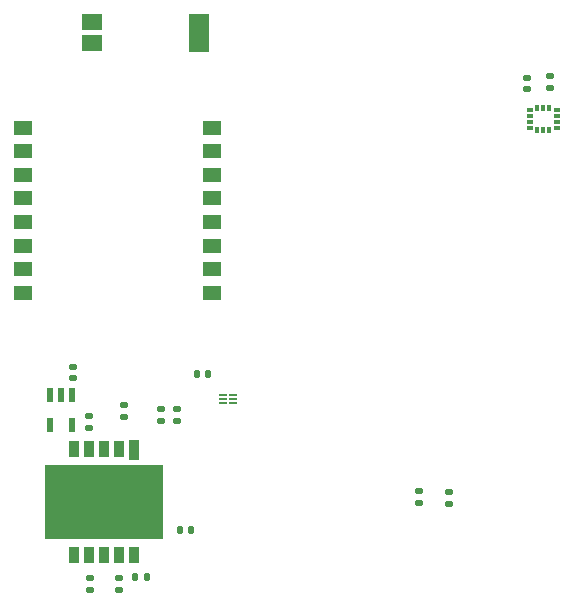
<source format=gbr>
%TF.GenerationSoftware,KiCad,Pcbnew,(6.0.1-0)*%
%TF.CreationDate,2022-02-25T20:48:14-08:00*%
%TF.ProjectId,Dog_Tracker,446f675f-5472-4616-936b-65722e6b6963,rev?*%
%TF.SameCoordinates,Original*%
%TF.FileFunction,Paste,Top*%
%TF.FilePolarity,Positive*%
%FSLAX46Y46*%
G04 Gerber Fmt 4.6, Leading zero omitted, Abs format (unit mm)*
G04 Created by KiCad (PCBNEW (6.0.1-0)) date 2022-02-25 20:48:14*
%MOMM*%
%LPD*%
G01*
G04 APERTURE LIST*
G04 Aperture macros list*
%AMRoundRect*
0 Rectangle with rounded corners*
0 $1 Rounding radius*
0 $2 $3 $4 $5 $6 $7 $8 $9 X,Y pos of 4 corners*
0 Add a 4 corners polygon primitive as box body*
4,1,4,$2,$3,$4,$5,$6,$7,$8,$9,$2,$3,0*
0 Add four circle primitives for the rounded corners*
1,1,$1+$1,$2,$3*
1,1,$1+$1,$4,$5*
1,1,$1+$1,$6,$7*
1,1,$1+$1,$8,$9*
0 Add four rect primitives between the rounded corners*
20,1,$1+$1,$2,$3,$4,$5,0*
20,1,$1+$1,$4,$5,$6,$7,0*
20,1,$1+$1,$6,$7,$8,$9,0*
20,1,$1+$1,$8,$9,$2,$3,0*%
G04 Aperture macros list end*
%ADD10R,1.500000X1.200000*%
%ADD11RoundRect,0.135000X-0.185000X0.135000X-0.185000X-0.135000X0.185000X-0.135000X0.185000X0.135000X0*%
%ADD12RoundRect,0.135000X0.185000X-0.135000X0.185000X0.135000X-0.185000X0.135000X-0.185000X-0.135000X0*%
%ADD13R,0.864000X1.676000*%
%ADD14R,0.864000X1.422000*%
%ADD15R,10.008000X6.350000*%
%ADD16R,1.700000X1.450000*%
%ADD17R,1.700000X3.200000*%
%ADD18RoundRect,0.140000X0.170000X-0.140000X0.170000X0.140000X-0.170000X0.140000X-0.170000X-0.140000X0*%
%ADD19R,0.762000X0.203200*%
%ADD20R,0.529220X0.304220*%
%ADD21R,0.304220X0.529220*%
%ADD22RoundRect,0.135000X-0.135000X-0.185000X0.135000X-0.185000X0.135000X0.185000X-0.135000X0.185000X0*%
%ADD23RoundRect,0.140000X0.140000X0.170000X-0.140000X0.170000X-0.140000X-0.170000X0.140000X-0.170000X0*%
%ADD24R,0.600000X1.150000*%
%ADD25RoundRect,0.140000X-0.140000X-0.170000X0.140000X-0.170000X0.140000X0.170000X-0.140000X0.170000X0*%
G04 APERTURE END LIST*
D10*
%TO.C,U2*%
X63550000Y-101850000D03*
X63550000Y-99850000D03*
X63550000Y-97850000D03*
X63550000Y-95850000D03*
X63550000Y-93850000D03*
X63550000Y-91850000D03*
X63550000Y-89850000D03*
X63550000Y-87850000D03*
X47550000Y-87850000D03*
X47550000Y-89850000D03*
X47550000Y-91850000D03*
X47550000Y-93850000D03*
X47550000Y-95850000D03*
X47550000Y-97850000D03*
X47550000Y-99850000D03*
X47550000Y-101850000D03*
%TD*%
D11*
%TO.C,R7*%
X83700000Y-118690000D03*
X83700000Y-119710000D03*
%TD*%
%TO.C,R8*%
X81150000Y-118640000D03*
X81150000Y-119660000D03*
%TD*%
D12*
%TO.C,R2*%
X59300000Y-112710000D03*
X59300000Y-111690000D03*
%TD*%
D13*
%TO.C,U3*%
X56989999Y-115169000D03*
D14*
X55719999Y-115042000D03*
X54449999Y-115042000D03*
X53179999Y-115042000D03*
X51909999Y-115042000D03*
D15*
X54449999Y-119527000D03*
D14*
X51909999Y-124012000D03*
X53179999Y-124012000D03*
X54449999Y-124012000D03*
X55719999Y-124012000D03*
X56989999Y-124012000D03*
%TD*%
D11*
%TO.C,R1*%
X60650000Y-111700000D03*
X60650000Y-112720000D03*
%TD*%
D16*
%TO.C,AE1*%
X53430000Y-80695000D03*
D17*
X62530000Y-79820000D03*
D16*
X53430000Y-78945000D03*
%TD*%
D11*
%TO.C,R4*%
X55749999Y-126007000D03*
X55749999Y-127027000D03*
%TD*%
%TO.C,R3*%
X53249999Y-125967000D03*
X53249999Y-126987000D03*
%TD*%
D12*
%TO.C,R5*%
X56100000Y-112370000D03*
X56100000Y-111350000D03*
%TD*%
D18*
%TO.C,C4*%
X90262500Y-84605000D03*
X90262500Y-83645000D03*
%TD*%
%TO.C,C3*%
X92212500Y-84475000D03*
X92212500Y-83515000D03*
%TD*%
%TO.C,C1*%
X51800000Y-109060000D03*
X51800000Y-108100000D03*
%TD*%
D19*
%TO.C,U5*%
X64485600Y-110450000D03*
X64485600Y-110805600D03*
X64485600Y-111161200D03*
X65400000Y-111161200D03*
X65400000Y-110805600D03*
X65400000Y-110450000D03*
%TD*%
D20*
%TO.C,U6*%
X90475000Y-87875000D03*
X90475000Y-86375000D03*
D21*
X91637500Y-86212500D03*
X91137500Y-86212500D03*
D20*
X92800000Y-87875000D03*
D21*
X92137500Y-86212500D03*
X91637500Y-88037500D03*
D20*
X90475000Y-87375000D03*
D21*
X92137500Y-88037500D03*
D20*
X92800000Y-86375000D03*
D21*
X91137500Y-88037500D03*
D20*
X92800000Y-86875000D03*
X90475000Y-86875000D03*
X92800000Y-87375000D03*
%TD*%
D18*
%TO.C,C2*%
X53200000Y-113250000D03*
X53200000Y-112290000D03*
%TD*%
D22*
%TO.C,R6*%
X57050000Y-125900000D03*
X58070000Y-125900000D03*
%TD*%
D23*
%TO.C,C6*%
X63258500Y-108750000D03*
X62298500Y-108750000D03*
%TD*%
D24*
%TO.C,U1*%
X51749999Y-110527000D03*
X50799999Y-110527000D03*
X49849999Y-110527000D03*
X49849999Y-113027000D03*
X51749999Y-113027000D03*
%TD*%
D25*
%TO.C,C5*%
X60870000Y-121950000D03*
X61830000Y-121950000D03*
%TD*%
M02*

</source>
